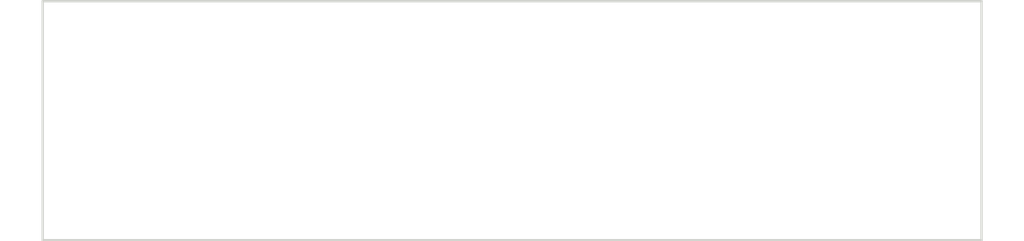
<source format=kicad_pcb>
(kicad_pcb (version 4) (host pcbnew "(2014-07-12 BZR 4289 GOST-COMMITTERS)-product")

  (general
    (links 0)
    (no_connects 0)
    (area 97.024999 49.304999 161.775001 65.695001)
    (thickness 1.6)
    (drawings 12)
    (tracks 0)
    (zones 0)
    (modules 0)
    (nets 1)
  )

  (page A4)
  (layers
    (0 F.Cu signal)
    (31 B.Cu signal)
    (36 B.SilkS user)
    (37 F.SilkS user)
    (38 B.Mask user)
    (39 F.Mask user)
    (40 Dwgs.User user)
    (44 Edge.Cuts user)
  )

  (setup
    (last_trace_width 0.2)
    (trace_clearance 0.2)
    (zone_clearance 0.8)
    (zone_45_only no)
    (trace_min 0.2)
    (segment_width 0.15)
    (edge_width 0.15)
    (via_size 0.9)
    (via_drill 0.4)
    (via_min_size 0.7)
    (via_min_drill 0.3)
    (uvia_size 0.7)
    (uvia_drill 0.3)
    (uvias_allowed no)
    (uvia_min_size 0.508)
    (uvia_min_drill 0.127)
    (pcb_text_width 0.3)
    (pcb_text_size 1.5 1.5)
    (mod_edge_width 0.15)
    (mod_text_size 1.5 1.5)
    (mod_text_width 0.15)
    (pad_size 3 4.5)
    (pad_drill 1.5)
    (pad_to_mask_clearance 0.2)
    (aux_axis_origin 158.8 65)
    (grid_origin 100 50)
    (visible_elements 7FFFFF7F)
    (pcbplotparams
      (layerselection 0x010f0_80000001)
      (usegerberextensions true)
      (gerberprecision 5)
      (excludeedgelayer true)
      (linewidth 0.150000)
      (plotframeref false)
      (viasonmask false)
      (mode 1)
      (useauxorigin false)
      (hpglpennumber 1)
      (hpglpenspeed 20)
      (hpglpendiameter 15)
      (hpglpenoverlay 2)
      (psnegative false)
      (psa4output false)
      (plotreference true)
      (plotvalue true)
      (plotinvisibletext false)
      (padsonsilk false)
      (subtractmaskfromsilk false)
      (outputformat 1)
      (mirror false)
      (drillshape 0)
      (scaleselection 1)
      (outputdirectory Gerber/))
  )

  (net 0 "")

  (net_class Default "Это класс цепей по умолчанию."
    (clearance 0.2)
    (trace_width 0.2)
    (via_dia 0.9)
    (via_drill 0.4)
    (uvia_dia 0.7)
    (uvia_drill 0.3)
  )

  (net_class wide ""
    (clearance 0.2)
    (trace_width 0.5)
    (via_dia 0.9)
    (via_drill 0.4)
    (uvia_dia 0.7)
    (uvia_drill 0.3)
  )

  (gr_line (start 158.8 50) (end 100 50) (angle 90) (layer Edge.Cuts) (width 0.15))
  (gr_line (start 100 65) (end 158.8 65) (angle 90) (layer Edge.Cuts) (width 0.15))
  (gr_line (start 158.8 50) (end 158.8 65) (angle 90) (layer Edge.Cuts) (width 0.15))
  (gr_line (start 129.9 57.5) (end 131.9 57.5) (angle 90) (layer Dwgs.User) (width 0.15))
  (gr_line (start 130.15 57.25) (end 129.9 57.5) (angle 90) (layer Dwgs.User) (width 0.15))
  (gr_line (start 130.15 57.75) (end 130.15 57.25) (angle 90) (layer Dwgs.User) (width 0.15))
  (gr_line (start 129.9 57.5) (end 130.15 57.75) (angle 90) (layer Dwgs.User) (width 0.15))
  (gr_circle (center 129.4 57.5) (end 129.65 57.5) (layer Dwgs.User) (width 0.15))
  (gr_line (start 161.4 50) (end 161.4 65) (angle 90) (layer Dwgs.User) (width 0.15))
  (gr_text 0x0 (at 131.15 57) (layer Dwgs.User)
    (effects (font (size 0.6 0.6) (thickness 0.1)))
  )
  (gr_line (start 97.4 50) (end 97.4 65) (angle 90) (layer Dwgs.User) (width 0.15))
  (gr_line (start 100 50) (end 100 65) (angle 90) (layer Edge.Cuts) (width 0.15))

)

</source>
